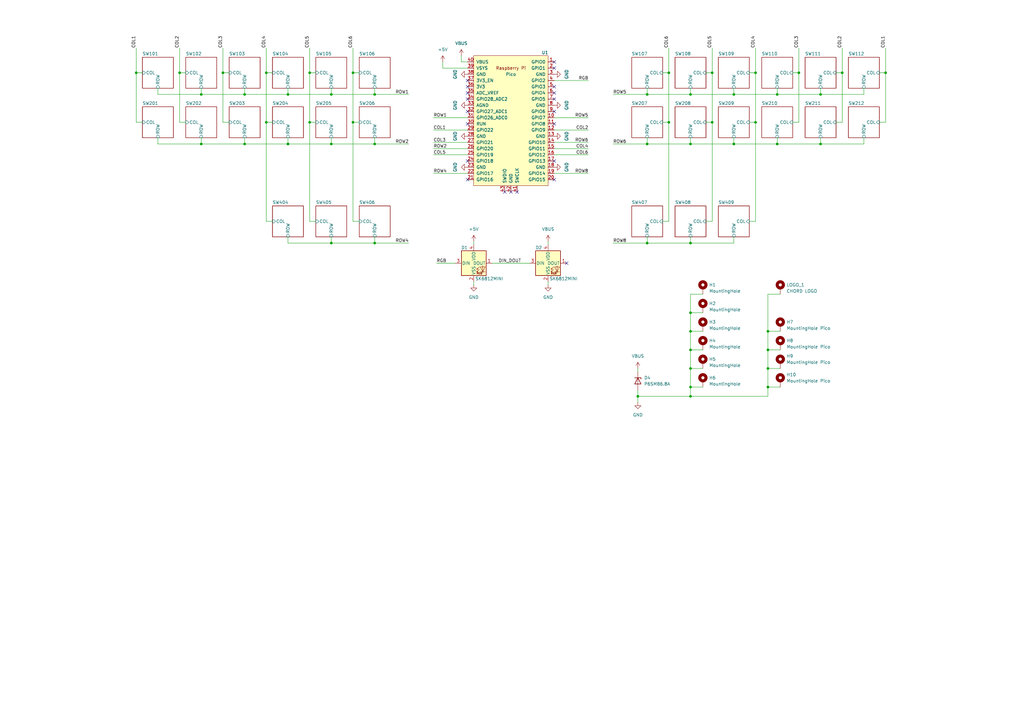
<source format=kicad_sch>
(kicad_sch (version 20211123) (generator eeschema)
  (paper "A3")
  (title_block (title "CHORD ZERO") (rev "0"))
  (lib_symbols
    (symbol "Device:D_Zener" (pin_numbers hide) (pin_names (offset 1.016) hide)
      (property "Reference" "D" (at 0 2.54 0))
      (property "Value" "D_Zener" (at 0 -2.54 0))
      (symbol "D_Zener_0_1"
        (polyline (pts (xy 1.27 0) (xy -1.27 0)))
        (polyline (pts (xy -1.27 -1.27) (xy -1.27 1.27) (xy -0.762 1.27)) (stroke (width 0.254)))
        (polyline (pts (xy 1.27 -1.27) (xy 1.27 1.27) (xy -1.27 0) (xy 1.27 -1.27)) (stroke (width 0.254)))
      )
      (symbol "D_Zener_1_1"
        (pin passive line (at -3.81 0 0) (length 2.54) (name "K") (number "1"))
        (pin passive line (at 3.81 0 180) (length 2.54) (name "A") (number "2"))
      )
    )
    (symbol "LED:SK6812MINI" (pin_names (offset 0.254))
      (property "Reference" "D" (at 5.08 5.715 0))
      (property "Value" "SK6812MINI" (at 1.27 -5.715 0))
      (symbol "SK6812MINI_0_0"
        (text "RGB" (at 2.286 -4.191 0) (effects (font (size 0.762 0.762))))
      )
      (symbol "SK6812MINI_0_1"
        (polyline (pts (xy 1.27 -3.556) (xy 1.778 -3.556)))
        (polyline (pts (xy 1.27 -2.54) (xy 1.778 -2.54)))
        (polyline (pts (xy 4.699 -3.556) (xy 2.667 -3.556)))
        (polyline (pts (xy 2.286 -2.54) (xy 1.27 -3.556) (xy 1.27 -3.048)))
        (polyline (pts (xy 2.286 -1.524) (xy 1.27 -2.54) (xy 1.27 -2.032)))
        (polyline (pts (xy 3.683 -1.016) (xy 3.683 -3.556) (xy 3.683 -4.064)))
        (polyline (pts (xy 4.699 -1.524) (xy 2.667 -1.524) (xy 3.683 -3.556) (xy 4.699 -1.524)))
        (rectangle (start 5.08 5.08) (end -5.08 -5.08) (stroke (width 0.254)) (fill (type background)))
      )
      (symbol "SK6812MINI_1_1"
        (pin output line (at 7.62 0 180) (length 2.54) (name "DOUT") (number "1"))
        (pin power_in line (at 0 -7.62 90) (length 2.54) (name "VSS") (number "2"))
        (pin input line (at -7.62 0 0) (length 2.54) (name "DIN") (number "3"))
        (pin power_in line (at 0 7.62 270) (length 2.54) (name "VDD") (number "4"))
      )
    )
    (symbol "Mechanical:MountingHole_Pad" (pin_numbers hide) (pin_names (offset 1.016) hide)
      (property "Reference" "H" (at 0 6.35 0))
      (property "Value" "MountingHole_Pad" (at 0 4.445 0))
      (symbol "MountingHole_Pad_0_1"
        (circle (center 0 1.27) (radius 1.27) (stroke (width 1.27)))
      )
      (symbol "MountingHole_Pad_1_1"
        (pin input line (at 0 -2.54 90) (length 2.54) (name "1") (number "1"))
      )
    )
    (symbol "RP2040:Pico" (pin_names (offset 1.016))
      (property "Reference" "U" (at -13.97 27.94 0))
      (property "Value" "Pico" (at 0 19.05 0))
      (symbol "Pico_0_0"
        (text "Raspberry Pi" (at 0 21.59 0) (effects (font (size 1.27 1.27))))
      )
      (symbol "Pico_0_1"
        (rectangle (start -15.24 26.67) (end 15.24 -26.67) (fill (type background)))
      )
      (symbol "Pico_1_1"
        (pin bidirectional line (at -17.78 24.13 0) (length 2.54) (name "GPIO0") (number "1"))
        (pin bidirectional line (at -17.78 1.27 0) (length 2.54) (name "GPIO7") (number "10"))
        (pin bidirectional line (at -17.78 -1.27 0) (length 2.54) (name "GPIO8") (number "11"))
        (pin bidirectional line (at -17.78 -3.81 0) (length 2.54) (name "GPIO9") (number "12"))
        (pin power_in line (at -17.78 -6.35 0) (length 2.54) (name "GND") (number "13"))
        (pin bidirectional line (at -17.78 -8.89 0) (length 2.54) (name "GPIO10") (number "14"))
        (pin bidirectional line (at -17.78 -11.43 0) (length 2.54) (name "GPIO11") (number "15"))
        (pin bidirectional line (at -17.78 -13.97 0) (length 2.54) (name "GPIO12") (number "16"))
        (pin bidirectional line (at -17.78 -16.51 0) (length 2.54) (name "GPIO13") (number "17"))
        (pin power_in line (at -17.78 -19.05 0) (length 2.54) (name "GND") (number "18"))
        (pin bidirectional line (at -17.78 -21.59 0) (length 2.54) (name "GPIO14") (number "19"))
        (pin bidirectional line (at -17.78 21.59 0) (length 2.54) (name "GPIO1") (number "2"))
        (pin bidirectional line (at -17.78 -24.13 0) (length 2.54) (name "GPIO15") (number "20"))
        (pin bidirectional line (at 17.78 -24.13 180) (length 2.54) (name "GPIO16") (number "21"))
        (pin bidirectional line (at 17.78 -21.59 180) (length 2.54) (name "GPIO17") (number "22"))
        (pin power_in line (at 17.78 -19.05 180) (length 2.54) (name "GND") (number "23"))
        (pin bidirectional line (at 17.78 -16.51 180) (length 2.54) (name "GPIO18") (number "24"))
        (pin bidirectional line (at 17.78 -13.97 180) (length 2.54) (name "GPIO19") (number "25"))
        (pin bidirectional line (at 17.78 -11.43 180) (length 2.54) (name "GPIO20") (number "26"))
        (pin bidirectional line (at 17.78 -8.89 180) (length 2.54) (name "GPIO21") (number "27"))
        (pin power_in line (at 17.78 -6.35 180) (length 2.54) (name "GND") (number "28"))
        (pin bidirectional line (at 17.78 -3.81 180) (length 2.54) (name "GPIO22") (number "29"))
        (pin power_in line (at -17.78 19.05 0) (length 2.54) (name "GND") (number "3"))
        (pin input line (at 17.78 -1.27 180) (length 2.54) (name "RUN") (number "30"))
        (pin bidirectional line (at 17.78 1.27 180) (length 2.54) (name "GPIO26_ADC0") (number "31"))
        (pin bidirectional line (at 17.78 3.81 180) (length 2.54) (name "GPIO27_ADC1") (number "32"))
        (pin power_in line (at 17.78 6.35 180) (length 2.54) (name "AGND") (number "33"))
        (pin bidirectional line (at 17.78 8.89 180) (length 2.54) (name "GPIO28_ADC2") (number "34"))
        (pin unspecified line (at 17.78 11.43 180) (length 2.54) (name "ADC_VREF") (number "35"))
        (pin unspecified line (at 17.78 13.97 180) (length 2.54) (name "3V3") (number "36"))
        (pin input line (at 17.78 16.51 180) (length 2.54) (name "3V3_EN") (number "37"))
        (pin power_out line (at 17.78 19.05 180) (length 2.54) (name "GND") (number "38"))
        (pin power_out line (at 17.78 21.59 180) (length 2.54) (name "VSYS") (number "39"))
        (pin bidirectional line (at -17.78 16.51 0) (length 2.54) (name "GPIO2") (number "4"))
        (pin power_out line (at 17.78 24.13 180) (length 2.54) (name "VBUS") (number "40"))
        (pin input line (at -2.54 -29.21 90) (length 2.54) (name "SWCLK") (number "41"))
        (pin power_in line (at 0 -29.21 90) (length 2.54) (name "GND") (number "42"))
        (pin bidirectional line (at 2.54 -29.21 90) (length 2.54) (name "SWDIO") (number "43"))
        (pin bidirectional line (at -17.78 13.97 0) (length 2.54) (name "GPIO3") (number "5"))
        (pin bidirectional line (at -17.78 11.43 0) (length 2.54) (name "GPIO4") (number "6"))
        (pin bidirectional line (at -17.78 8.89 0) (length 2.54) (name "GPIO5") (number "7"))
        (pin power_in line (at -17.78 6.35 0) (length 2.54) (name "GND") (number "8"))
        (pin bidirectional line (at -17.78 3.81 0) (length 2.54) (name "GPIO6") (number "9"))
      )
    )
    (symbol "power:+5V" (power) (pin_names (offset 0))
      (property "Value" "+5V" (at 0 3.556 0))
      (symbol "+5V_0_1"
        (polyline (pts (xy -0.762 1.27) (xy 0 2.54)))
        (polyline (pts (xy 0 0) (xy 0 2.54)))
        (polyline (pts (xy 0 2.54) (xy 0.762 1.27)))
      )
      (symbol "+5V_1_1"
        (pin power_in line (at 0 0 90) (length 0) hide (name "+5V") (number "1"))
      )
    )
    (symbol "power:GND" (power) (pin_names (offset 0))
      (property "Value" "GND" (at 0 -3.81 0))
      (symbol "GND_0_1"
        (polyline (pts (xy 0 0) (xy 0 -1.27) (xy 1.27 -1.27) (xy 0 -2.54) (xy -1.27 -1.27) (xy 0 -1.27)))
      )
      (symbol "GND_1_1"
        (pin power_in line (at 0 0 270) (length 0) hide (name "GND") (number "1"))
      )
    )
    (symbol "power:VBUS" (power) (pin_names (offset 0))
      (property "Value" "VBUS" (at 0 3.81 0))
      (symbol "VBUS_0_1"
        (polyline (pts (xy -0.762 1.27) (xy 0 2.54)))
        (polyline (pts (xy 0 0) (xy 0 2.54)))
        (polyline (pts (xy 0 2.54) (xy 0.762 1.27)))
      )
      (symbol "VBUS_1_1"
        (pin power_in line (at 0 0 90) (length 0) hide (name "VBUS") (number "1"))
      )
    )
  )
  (junction (at 144.78 50.165))
  (junction (at 135.89 59.055))
  (junction (at 109.22 50.165))
  (junction (at 135.89 38.735))
  (junction (at 274.32 29.845))
  (junction (at 309.88 29.845))
  (junction (at 261.62 162.56))
  (junction (at 283.21 99.695))
  (junction (at 300.99 38.735))
  (junction (at 309.88 50.165))
  (junction (at 314.96 158.75))
  (junction (at 314.96 135.89))
  (junction (at 318.77 38.735))
  (junction (at 283.21 151.13))
  (junction (at 283.21 128.27))
  (junction (at 265.43 99.695))
  (junction (at 100.33 59.055))
  (junction (at 127 29.845))
  (junction (at 135.89 99.695))
  (junction (at 118.11 59.055))
  (junction (at 283.21 59.055))
  (junction (at 283.21 162.56))
  (junction (at 336.55 38.735))
  (junction (at 73.66 29.845))
  (junction (at 100.33 38.735))
  (junction (at 283.21 143.51))
  (junction (at 118.11 38.735))
  (junction (at 300.99 59.055))
  (junction (at 283.21 38.735))
  (junction (at 265.43 59.055))
  (junction (at 274.32 50.165))
  (junction (at 283.21 135.89))
  (junction (at 153.67 99.695))
  (junction (at 91.44 29.845))
  (junction (at 144.78 29.845))
  (junction (at 109.22 29.845))
  (junction (at 153.67 59.055))
  (junction (at 292.1 29.845))
  (junction (at 265.43 38.735))
  (junction (at 292.1 50.165))
  (junction (at 314.96 151.13))
  (junction (at 82.55 59.055))
  (junction (at 318.77 59.055))
  (junction (at 327.66 29.845))
  (junction (at 55.88 29.845))
  (junction (at 283.21 158.75))
  (junction (at 363.22 29.845))
  (junction (at 153.67 38.735))
  (junction (at 314.96 143.51))
  (junction (at 82.55 38.735))
  (junction (at 336.55 59.055))
  (junction (at 345.44 29.845))
  (junction (at 127 50.165))
  (no_connect (at 191.77 66.04))
  (no_connect (at 227.33 66.04))
  (no_connect (at 232.41 107.95))
  (no_connect (at 227.33 73.66))
  (no_connect (at 227.33 50.8))
  (no_connect (at 227.33 38.1))
  (no_connect (at 227.33 35.56))
  (no_connect (at 227.33 27.94))
  (no_connect (at 191.77 33.02))
  (no_connect (at 191.77 35.56))
  (no_connect (at 191.77 38.1))
  (no_connect (at 191.77 50.8))
  (no_connect (at 191.77 40.64))
  (no_connect (at 209.55 78.74))
  (no_connect (at 191.77 73.66))
  (no_connect (at 207.01 78.74))
  (no_connect (at 212.09 78.74))
  (no_connect (at 227.33 40.64))
  (no_connect (at 227.33 45.72))
  (no_connect (at 191.77 45.72))
  (no_connect (at 227.33 25.4))
  (wire (pts (xy 64.77 59.055) (xy 82.55 59.055)))
  (wire (pts (xy 354.33 59.055) (xy 354.33 56.515)))
  (wire (pts (xy 283.21 143.51) (xy 288.29 143.51)))
  (wire (pts (xy 153.67 59.055) (xy 167.64 59.055)))
  (wire (pts (xy 73.66 50.165) (xy 76.2 50.165)))
  (wire (pts (xy 181.61 27.94) (xy 191.77 27.94)))
  (wire (pts (xy 283.21 162.56) (xy 314.96 162.56)))
  (wire (pts (xy 153.67 99.695) (xy 153.67 97.155)))
  (wire (pts (xy 224.79 115.57) (xy 224.79 116.84)))
  (wire (pts (xy 100.33 36.195) (xy 100.33 38.735)))
  (wire (pts (xy 309.88 50.165) (xy 307.34 50.165)))
  (wire (pts (xy 274.32 50.165) (xy 271.78 50.165)))
  (wire (pts (xy 153.67 38.735) (xy 153.67 36.195)))
  (wire (pts (xy 314.96 135.89) (xy 314.96 143.51)))
  (wire (pts (xy 135.89 56.515) (xy 135.89 59.055)))
  (wire (pts (xy 109.22 19.685) (xy 109.22 29.845)))
  (wire (pts (xy 82.55 56.515) (xy 82.55 59.055)))
  (wire (pts (xy 307.34 90.805) (xy 309.88 90.805)))
  (wire (pts (xy 251.46 99.695) (xy 265.43 99.695)))
  (wire (pts (xy 135.89 59.055) (xy 153.67 59.055)))
  (wire (pts (xy 179.07 107.95) (xy 186.69 107.95)))
  (wire (pts (xy 55.88 19.685) (xy 55.88 29.845)))
  (wire (pts (xy 363.22 29.845) (xy 363.22 50.165)))
  (wire (pts (xy 118.11 56.515) (xy 118.11 59.055)))
  (wire (pts (xy 314.96 120.65) (xy 320.04 120.65)))
  (wire (pts (xy 309.88 29.845) (xy 309.88 50.165)))
  (wire (pts (xy 91.44 29.845) (xy 91.44 50.165)))
  (wire (pts (xy 283.21 135.89) (xy 288.29 135.89)))
  (wire (pts (xy 55.88 29.845) (xy 55.88 50.165)))
  (wire (pts (xy 109.22 29.845) (xy 109.22 50.165)))
  (wire (pts (xy 135.89 36.195) (xy 135.89 38.735)))
  (wire (pts (xy 73.66 29.845) (xy 73.66 50.165)))
  (wire (pts (xy 283.21 128.27) (xy 283.21 120.65)))
  (wire (pts (xy 300.99 38.735) (xy 318.77 38.735)))
  (wire (pts (xy 309.88 19.685) (xy 309.88 29.845)))
  (wire (pts (xy 265.43 97.155) (xy 265.43 99.695)))
  (wire (pts (xy 283.21 59.055) (xy 300.99 59.055)))
  (wire (pts (xy 191.77 60.96) (xy 177.8 60.96)))
  (wire (pts (xy 261.62 162.56) (xy 261.62 165.1)))
  (wire (pts (xy 318.77 36.195) (xy 318.77 38.735)))
  (wire (pts (xy 345.44 19.685) (xy 345.44 29.845)))
  (wire (pts (xy 251.46 38.735) (xy 265.43 38.735)))
  (wire (pts (xy 283.21 158.75) (xy 283.21 151.13)))
  (wire (pts (xy 129.54 90.805) (xy 127 90.805)))
  (wire (pts (xy 147.32 90.805) (xy 144.78 90.805)))
  (wire (pts (xy 300.99 36.195) (xy 300.99 38.735)))
  (wire (pts (xy 274.32 29.845) (xy 274.32 50.165)))
  (wire (pts (xy 144.78 19.685) (xy 144.78 29.845)))
  (wire (pts (xy 191.77 63.5) (xy 177.8 63.5)))
  (wire (pts (xy 292.1 50.165) (xy 292.1 90.805)))
  (wire (pts (xy 300.99 59.055) (xy 318.77 59.055)))
  (wire (pts (xy 224.79 99.06) (xy 224.79 100.33)))
  (wire (pts (xy 227.33 71.12) (xy 241.3 71.12)))
  (wire (pts (xy 118.11 36.195) (xy 118.11 38.735)))
  (wire (pts (xy 82.55 38.735) (xy 100.33 38.735)))
  (wire (pts (xy 283.21 151.13) (xy 283.21 143.51)))
  (wire (pts (xy 227.33 33.02) (xy 241.3 33.02)))
  (wire (pts (xy 345.44 50.165) (xy 342.9 50.165)))
  (wire (pts (xy 309.88 50.165) (xy 309.88 90.805)))
  (wire (pts (xy 327.66 29.845) (xy 327.66 50.165)))
  (wire (pts (xy 292.1 29.845) (xy 289.56 29.845)))
  (wire (pts (xy 314.96 158.75) (xy 320.04 158.75)))
  (wire (pts (xy 265.43 36.195) (xy 265.43 38.735)))
  (wire (pts (xy 274.32 50.165) (xy 274.32 90.805)))
  (wire (pts (xy 144.78 50.165) (xy 147.32 50.165)))
  (wire (pts (xy 283.21 143.51) (xy 283.21 135.89)))
  (wire (pts (xy 118.11 59.055) (xy 135.89 59.055)))
  (wire (pts (xy 336.55 38.735) (xy 354.33 38.735)))
  (wire (pts (xy 127 19.685) (xy 127 29.845)))
  (wire (pts (xy 227.33 60.96) (xy 241.3 60.96)))
  (wire (pts (xy 283.21 120.65) (xy 288.29 120.65)))
  (wire (pts (xy 135.89 97.155) (xy 135.89 99.695)))
  (wire (pts (xy 135.89 99.695) (xy 153.67 99.695)))
  (wire (pts (xy 191.77 53.34) (xy 177.8 53.34)))
  (wire (pts (xy 283.21 158.75) (xy 283.21 162.56)))
  (wire (pts (xy 300.99 56.515) (xy 300.99 59.055)))
  (wire (pts (xy 153.67 99.695) (xy 167.64 99.695)))
  (wire (pts (xy 153.67 59.055) (xy 153.67 56.515)))
  (wire (pts (xy 127 29.845) (xy 127 50.165)))
  (wire (pts (xy 91.44 50.165) (xy 93.98 50.165)))
  (wire (pts (xy 93.98 29.845) (xy 91.44 29.845)))
  (wire (pts (xy 64.77 38.735) (xy 82.55 38.735)))
  (wire (pts (xy 251.46 59.055) (xy 265.43 59.055)))
  (wire (pts (xy 109.22 50.165) (xy 109.22 90.805)))
  (wire (pts (xy 201.93 107.95) (xy 217.17 107.95)))
  (wire (pts (xy 354.33 38.735) (xy 354.33 36.195)))
  (wire (pts (xy 227.33 58.42) (xy 241.3 58.42)))
  (wire (pts (xy 314.96 143.51) (xy 314.96 151.13)))
  (wire (pts (xy 314.96 158.75) (xy 314.96 151.13)))
  (wire (pts (xy 194.31 115.57) (xy 194.31 116.84)))
  (wire (pts (xy 129.54 29.845) (xy 127 29.845)))
  (wire (pts (xy 363.22 19.685) (xy 363.22 29.845)))
  (wire (pts (xy 191.77 48.26) (xy 177.8 48.26)))
  (wire (pts (xy 345.44 29.845) (xy 342.9 29.845)))
  (wire (pts (xy 64.77 56.515) (xy 64.77 59.055)))
  (wire (pts (xy 292.1 19.685) (xy 292.1 29.845)))
  (wire (pts (xy 292.1 50.165) (xy 289.56 50.165)))
  (wire (pts (xy 227.33 48.26) (xy 241.3 48.26)))
  (wire (pts (xy 82.55 36.195) (xy 82.55 38.735)))
  (wire (pts (xy 227.33 63.5) (xy 241.3 63.5)))
  (wire (pts (xy 194.31 99.06) (xy 194.31 100.33)))
  (wire (pts (xy 318.77 38.735) (xy 336.55 38.735)))
  (wire (pts (xy 283.21 38.735) (xy 300.99 38.735)))
  (wire (pts (xy 314.96 135.89) (xy 320.04 135.89)))
  (wire (pts (xy 274.32 19.685) (xy 274.32 29.845)))
  (wire (pts (xy 76.2 29.845) (xy 73.66 29.845)))
  (wire (pts (xy 283.21 135.89) (xy 283.21 128.27)))
  (wire (pts (xy 189.23 22.86) (xy 189.23 25.4)))
  (wire (pts (xy 314.96 143.51) (xy 320.04 143.51)))
  (wire (pts (xy 345.44 29.845) (xy 345.44 50.165)))
  (wire (pts (xy 318.77 59.055) (xy 336.55 59.055)))
  (wire (pts (xy 144.78 29.845) (xy 144.78 50.165)))
  (wire (pts (xy 127 50.165) (xy 127 90.805)))
  (wire (pts (xy 191.77 71.12) (xy 177.8 71.12)))
  (wire (pts (xy 336.55 59.055) (xy 354.33 59.055)))
  (wire (pts (xy 64.77 36.195) (xy 64.77 38.735)))
  (wire (pts (xy 314.96 120.65) (xy 314.96 135.89)))
  (wire (pts (xy 118.11 97.155) (xy 118.11 99.695)))
  (wire (pts (xy 261.62 151.13) (xy 261.62 152.4)))
  (wire (pts (xy 274.32 90.805) (xy 271.78 90.805)))
  (wire (pts (xy 314.96 151.13) (xy 320.04 151.13)))
  (wire (pts (xy 118.11 38.735) (xy 135.89 38.735)))
  (wire (pts (xy 144.78 50.165) (xy 144.78 90.805)))
  (wire (pts (xy 327.66 50.165) (xy 325.12 50.165)))
  (wire (pts (xy 271.78 29.845) (xy 274.32 29.845)))
  (wire (pts (xy 283.21 36.195) (xy 283.21 38.735)))
  (wire (pts (xy 336.55 56.515) (xy 336.55 59.055)))
  (wire (pts (xy 283.21 151.13) (xy 288.29 151.13)))
  (wire (pts (xy 153.67 38.735) (xy 167.64 38.735)))
  (wire (pts (xy 318.77 56.515) (xy 318.77 59.055)))
  (wire (pts (xy 283.21 99.695) (xy 300.99 99.695)))
  (wire (pts (xy 100.33 56.515) (xy 100.33 59.055)))
  (wire (pts (xy 283.21 158.75) (xy 288.29 158.75)))
  (wire (pts (xy 227.33 53.34) (xy 241.3 53.34)))
  (wire (pts (xy 283.21 56.515) (xy 283.21 59.055)))
  (wire (pts (xy 100.33 59.055) (xy 118.11 59.055)))
  (wire (pts (xy 55.88 50.165) (xy 58.42 50.165)))
  (wire (pts (xy 363.22 50.165) (xy 360.68 50.165)))
  (wire (pts (xy 100.33 38.735) (xy 118.11 38.735)))
  (wire (pts (xy 265.43 56.515) (xy 265.43 59.055)))
  (wire (pts (xy 135.89 38.735) (xy 153.67 38.735)))
  (wire (pts (xy 363.22 29.845) (xy 360.68 29.845)))
  (wire (pts (xy 292.1 90.805) (xy 289.56 90.805)))
  (wire (pts (xy 300.99 97.155) (xy 300.99 99.695)))
  (wire (pts (xy 261.62 162.56) (xy 283.21 162.56)))
  (wire (pts (xy 265.43 38.735) (xy 283.21 38.735)))
  (wire (pts (xy 127 50.165) (xy 129.54 50.165)))
  (wire (pts (xy 265.43 59.055) (xy 283.21 59.055)))
  (wire (pts (xy 261.62 160.02) (xy 261.62 162.56)))
  (wire (pts (xy 336.55 36.195) (xy 336.55 38.735)))
  (wire (pts (xy 147.32 29.845) (xy 144.78 29.845)))
  (wire (pts (xy 327.66 19.685) (xy 327.66 29.845)))
  (wire (pts (xy 118.11 99.695) (xy 135.89 99.695)))
  (wire (pts (xy 191.77 58.42) (xy 177.8 58.42)))
  (wire (pts (xy 82.55 59.055) (xy 100.33 59.055)))
  (wire (pts (xy 309.88 29.845) (xy 307.34 29.845)))
  (wire (pts (xy 111.76 29.845) (xy 109.22 29.845)))
  (wire (pts (xy 111.76 90.805) (xy 109.22 90.805)))
  (wire (pts (xy 181.61 25.4) (xy 181.61 27.94)))
  (wire (pts (xy 327.66 29.845) (xy 325.12 29.845)))
  (wire (pts (xy 265.43 99.695) (xy 283.21 99.695)))
  (wire (pts (xy 91.44 19.685) (xy 91.44 29.845)))
  (wire (pts (xy 283.21 99.695) (xy 283.21 97.155)))
  (wire (pts (xy 73.66 19.685) (xy 73.66 29.845)))
  (wire (pts (xy 55.88 29.845) (xy 58.42 29.845)))
  (wire (pts (xy 189.23 25.4) (xy 191.77 25.4)))
  (wire (pts (xy 314.96 158.75) (xy 314.96 162.56)))
  (wire (pts (xy 283.21 128.27) (xy 288.29 128.27)))
  (wire (pts (xy 109.22 50.165) (xy 111.76 50.165)))
  (wire (pts (xy 292.1 29.845) (xy 292.1 50.165)))
  (label "RGB" (at 241.3 33.02 180))
  (label "COL6" (at 274.32 19.685 90))
  (label "COL2" (at 73.66 19.685 90))
  (label "ROW4" (at 167.64 99.695 180))
  (label "COL1" (at 177.8 53.34 0))
  (label "COL5" (at 292.1 19.685 90))
  (label "RGB" (at 179.07 107.95 0))
  (label "ROW1" (at 177.8 48.26 0))
  (label "ROW5" (at 251.46 38.735 0))
  (label "ROW2" (at 177.8 60.96 0))
  (label "COL4" (at 241.3 60.96 180))
  (label "COL3" (at 327.66 19.685 90))
  (label "COL1" (at 363.22 19.685 90))
  (label "ROW6" (at 251.46 59.055 0))
  (label "ROW4" (at 177.8 71.12 0))
  (label "COL6" (at 144.78 19.685 90))
  (label "ROW2" (at 167.64 59.055 180))
  (label "COL4" (at 109.22 19.685 90))
  (label "ROW1" (at 167.64 38.735 180))
  (label "COL5" (at 177.8 63.5 0))
  (label "COL6" (at 241.3 63.5 180))
  (label "COL5" (at 127 19.685 90))
  (label "COL2" (at 345.44 19.685 90))
  (label "COL3" (at 177.8 58.42 0))
  (label "ROW8" (at 241.3 71.12 180))
  (label "DIN_DOUT" (at 204.47 107.95 0))
  (label "ROW8" (at 251.46 99.695 0))
  (label "COL4" (at 309.88 19.685 90))
  (label "COL3" (at 91.44 19.685 90))
  (label "ROW5" (at 241.3 48.26 180))
  (label "COL1" (at 55.88 19.685 90))
  (label "ROW6" (at 241.3 58.42 180))
  (label "COL2" (at 241.3 53.34 180))
  (symbol (lib_id "Mechanical:MountingHole_Pad") (at 288.29 133.35 0) (unit 1)
    (property "Reference" "H3" (at 290.83 132.0799 0) (effects (justify left)))
    (property "Value" "MountingHole" (at 290.83 134.6199 0) (effects (justify left)))
    (property "Footprint" "footprints:M2 Hole" (effects hide))
  )
  (symbol (lib_id "power:GND") (at 191.77 68.58 270) (unit 1)
    (property "Reference" "#PWR0113" (effects hide))
    (property "Value" "GND" (at 186.69 68.58 0))
  )
  (symbol (lib_id "power:GND") (at 224.79 116.84 0) (unit 1)
    (property "Reference" "#PWR0106" (effects hide))
    (property "Value" "GND" (at 224.79 121.92 0))
  )
  (symbol (lib_id "Device:D_Zener") (at 261.62 156.21 270) (unit 1)
    (property "Reference" "D4" (at 264.16 154.9399 90) (effects (justify left)))
    (property "Value" "P6SMB6.8A" (at 264.16 157.4799 90) (effects (justify left)))
    (property "Footprint" "Diode_SMD:D_SMB_Handsoldering" (effects hide))
  )
  (symbol (lib_id "power:GND") (at 227.33 68.58 90) (unit 1)
    (property "Reference" "#PWR0115" (effects hide))
    (property "Value" "GND" (at 232.41 68.58 0))
  )
  (symbol (lib_id "RP2040:Pico") (at 209.55 49.53 0) (mirror y) (unit 1) (in_bom no)
    (property "Reference" "U1" (at 223.52 21.59 0))
    (property "Value" "Pico" (at 209.55 30.48 0))
    (property "Footprint" "footprints:RPi_Pico_SMD" (effects hide))
  )
  (symbol (lib_id "power:VBUS") (at 261.62 151.13 0) (unit 1)
    (property "Reference" "#PWR0111" (effects hide))
    (property "Value" "VBUS" (at 261.62 146.05 0))
  )
  (symbol (lib_id "Mechanical:MountingHole_Pad") (at 320.04 118.11 0) (unit 1)
    (property "Reference" "LOGO_1" (at 322.58 116.8399 0) (effects (justify left)))
    (property "Value" "CHORD LOGO" (at 322.58 119.3799 0) (effects (justify left)))
    (property "Footprint" "footprints:chord_logo_3d" (effects hide))
  )
  (symbol (lib_id "power:GND") (at 191.77 30.48 270) (unit 1)
    (property "Reference" "#PWR0101" (effects hide))
    (property "Value" "GND" (at 186.69 30.48 0))
  )
  (symbol (lib_id "Mechanical:MountingHole_Pad") (at 288.29 118.11 0) (unit 1)
    (property "Reference" "H1" (at 290.83 116.8399 0) (effects (justify left)))
    (property "Value" "MountingHole" (at 290.83 119.3799 0) (effects (justify left)))
    (property "Footprint" "footprints:M2 Hole" (effects hide))
  )
  (symbol (lib_id "power:VBUS") (at 189.23 22.86 0) (unit 1)
    (property "Reference" "#PWR0103" (effects hide))
    (property "Value" "VBUS" (at 189.23 17.78 0))
  )
  (symbol (lib_id "Mechanical:MountingHole_Pad") (at 320.04 140.97 0) (unit 1)
    (property "Reference" "H8" (at 322.58 139.6999 0) (effects (justify left)))
    (property "Value" "MountingHole Pico" (at 322.58 142.2399 0) (effects (justify left)))
    (property "Footprint" "footprints:M2 Hole Pico" (effects hide))
  )
  (symbol (lib_id "Mechanical:MountingHole_Pad") (at 288.29 140.97 0) (unit 1)
    (property "Reference" "H4" (at 290.83 139.6999 0) (effects (justify left)))
    (property "Value" "MountingHole" (at 290.83 142.2399 0) (effects (justify left)))
    (property "Footprint" "footprints:M2 Hole" (effects hide))
  )
  (symbol (lib_id "power:GND") (at 261.62 165.1 0) (unit 1)
    (property "Reference" "#PWR0109" (effects hide))
    (property "Value" "GND" (at 261.62 170.18 0))
  )
  (symbol (lib_id "power:GND") (at 191.77 55.88 270) (unit 1)
    (property "Reference" "#PWR0112" (effects hide))
    (property "Value" "GND" (at 186.69 55.88 0))
  )
  (symbol (lib_id "LED:SK6812MINI") (at 224.79 107.95 0) (unit 1)
    (property "Reference" "D2" (at 220.98 101.6 0))
    (property "Value" "SK6812MINI" (at 231.14 114.3 0))
    (property "Footprint" "LED_SMD:LED_SK6812MINI_PLCC4_3.5x3.5mm_P1.75mm" (effects hide))
    (property "Datasheet" "https://cdn-shop.adafruit.com/product-files/2686/SK6812MINI_REV.01-1-2.pdf" (effects hide))
  )
  (symbol (lib_id "Mechanical:MountingHole_Pad") (at 320.04 148.59 0) (unit 1)
    (property "Reference" "H9" (at 322.58 146.0499 0) (effects (justify left)))
    (property "Value" "MountingHole Pico" (at 322.58 148.5899 0) (effects (justify left)))
    (property "Footprint" "footprints:M2 Hole Pico" (effects hide))
  )
  (symbol (lib_id "Mechanical:MountingHole_Pad") (at 288.29 148.59 0) (unit 1)
    (property "Reference" "H5" (at 290.83 147.3199 0) (effects (justify left)))
    (property "Value" "MountingHole" (at 290.83 149.8599 0) (effects (justify left)))
    (property "Footprint" "footprints:M2 Hole" (effects hide))
  )
  (symbol (lib_id "Mechanical:MountingHole_Pad") (at 288.29 125.73 0) (unit 1)
    (property "Reference" "H2" (at 290.83 124.4599 0) (effects (justify left)))
    (property "Value" "MountingHole" (at 290.83 126.9999 0) (effects (justify left)))
    (property "Footprint" "footprints:M2 Hole" (effects hide))
  )
  (symbol (lib_id "Mechanical:MountingHole_Pad") (at 288.29 156.21 0) (unit 1)
    (property "Reference" "H6" (at 290.83 154.9399 0) (effects (justify left)))
    (property "Value" "MountingHole" (at 290.83 157.4799 0) (effects (justify left)))
    (property "Footprint" "footprints:M2 Hole" (effects hide))
  )
  (symbol (lib_id "power:GND") (at 194.31 116.84 0) (unit 1)
    (property "Reference" "#PWR0107" (effects hide))
    (property "Value" "GND" (at 194.31 121.92 0))
  )
  (symbol (lib_id "power:+5V") (at 194.31 99.06 0) (unit 1)
    (property "Reference" "#PWR0102" (effects hide))
    (property "Value" "+5V" (at 194.31 93.98 0))
  )
  (symbol (lib_id "power:GND") (at 191.77 43.18 270) (unit 1)
    (property "Reference" "#PWR0114" (effects hide))
    (property "Value" "GND" (at 186.69 43.18 0))
  )
  (symbol (lib_id "Mechanical:MountingHole_Pad") (at 320.04 133.35 0) (unit 1)
    (property "Reference" "H7" (at 322.58 132.0799 0) (effects (justify left)))
    (property "Value" "MountingHole Pico" (at 322.58 134.6199 0) (effects (justify left)))
    (property "Footprint" "footprints:M2 Hole Pico" (effects hide))
  )
  (symbol (lib_id "LED:SK6812MINI") (at 194.31 107.95 0) (unit 1)
    (property "Reference" "D1" (at 190.5 101.6 0))
    (property "Value" "SK6812MINI" (at 200.66 114.3 0))
    (property "Footprint" "LED_SMD:LED_SK6812MINI_PLCC4_3.5x3.5mm_P1.75mm" (effects hide))
    (property "Datasheet" "https://cdn-shop.adafruit.com/product-files/2686/SK6812MINI_REV.01-1-2.pdf" (effects hide))
  )
  (symbol (lib_id "power:VBUS") (at 224.79 99.06 0) (unit 1)
    (property "Reference" "#PWR0105" (effects hide))
    (property "Value" "VBUS" (at 224.79 93.98 0))
  )
  (symbol (lib_id "power:+5V") (at 181.61 25.4 0) (unit 1)
    (property "Reference" "#PWR0104" (effects hide))
    (property "Value" "+5V" (at 181.61 20.32 0))
  )
  (symbol (lib_id "power:GND") (at 227.33 43.18 90) (unit 1)
    (property "Reference" "#PWR0110" (effects hide))
    (property "Value" "GND" (at 232.41 43.18 0))
  )
  (symbol (lib_id "power:GND") (at 227.33 55.88 90) (unit 1)
    (property "Reference" "#PWR0116" (effects hide))
    (property "Value" "GND" (at 232.41 55.88 0))
  )
  (symbol (lib_id "power:GND") (at 227.33 30.48 90) (unit 1)
    (property "Reference" "#PWR0108" (effects hide))
    (property "Value" "GND" (at 232.41 30.48 0))
  )
  (symbol (lib_id "Mechanical:MountingHole_Pad") (at 320.04 156.21 0) (unit 1)
    (property "Reference" "H10" (at 322.58 153.6699 0) (effects (justify left)))
    (property "Value" "MountingHole Pico" (at 322.58 156.2099 0) (effects (justify left)))
    (property "Footprint" "footprints:M2 Hole Pico" (effects hide))
  )
  (sheet (at 111.76 23.495) (size 12.7 12.7) (stroke (width 0.1524))
    (property "Sheet name" "SW104" (at 111.76 22.7834 0) (effects (justify left bottom)))
    (property "Sheet file" "switch.kicad_sch" (effects hide))
    (pin "ROW" input (at 118.11 36.195 270))
    (pin "COL" input (at 111.76 29.845 180))
  )
  (sheet (at 147.32 84.455) (size 12.7 12.7) (stroke (width 0.1524))
    (property "Sheet name" "SW406" (at 147.32 83.7434 0) (effects (justify left bottom)))
    (property "Sheet file" "switch.kicad_sch" (effects hide))
    (pin "ROW" input (at 153.67 97.155 270))
    (pin "COL" input (at 147.32 90.805 180))
  )
  (sheet (at 93.98 43.815) (size 12.7 12.7) (stroke (width 0.1524))
    (property "Sheet name" "SW203" (at 93.98 43.1034 0) (effects (justify left bottom)))
    (property "Sheet file" "switch.kicad_sch" (effects hide))
    (pin "ROW" input (at 100.33 56.515 270))
    (pin "COL" input (at 93.98 50.165 180))
  )
  (sheet (at 330.2 43.815) (size 12.7 12.7) (stroke (width 0.1524))
    (property "Sheet name" "SW211" (at 330.2 43.1034 0) (effects (justify left bottom)))
    (property "Sheet file" "switch.kicad_sch" (effects hide))
    (pin "ROW" input (at 336.55 56.515 270))
    (pin "COL" input (at 342.9 50.165 0))
  )
  (sheet (at 347.98 43.815) (size 12.7 12.7) (stroke (width 0.1524))
    (property "Sheet name" "SW212" (at 347.98 43.1034 0) (effects (justify left bottom)))
    (property "Sheet file" "switch.kicad_sch" (effects hide))
    (pin "ROW" input (at 354.33 56.515 270))
    (pin "COL" input (at 360.68 50.165 0))
  )
  (sheet (at 259.08 84.455) (size 12.7 12.7) (stroke (width 0.1524))
    (property "Sheet name" "SW407" (at 259.08 83.7434 0) (effects (justify left bottom)))
    (property "Sheet file" "switch.kicad_sch" (effects hide))
    (pin "ROW" input (at 265.43 97.155 270))
    (pin "COL" input (at 271.78 90.805 0))
  )
  (sheet (at 129.54 23.495) (size 12.7 12.7) (stroke (width 0.1524))
    (property "Sheet name" "SW105" (at 129.54 22.7834 0) (effects (justify left bottom)))
    (property "Sheet file" "switch.kicad_sch" (effects hide))
    (pin "ROW" input (at 135.89 36.195 270))
    (pin "COL" input (at 129.54 29.845 180))
  )
  (sheet (at 312.42 23.495) (size 12.7 12.7) (stroke (width 0.1524))
    (property "Sheet name" "SW110" (at 312.42 22.7834 0) (effects (justify left bottom)))
    (property "Sheet file" "switch.kicad_sch" (effects hide))
    (pin "ROW" input (at 318.77 36.195 270))
    (pin "COL" input (at 325.12 29.845 0))
  )
  (sheet (at 294.64 84.455) (size 12.7 12.7) (stroke (width 0.1524))
    (property "Sheet name" "SW409" (at 294.64 83.7434 0) (effects (justify left bottom)))
    (property "Sheet file" "switch.kicad_sch" (effects hide))
    (pin "ROW" input (at 300.99 97.155 270))
    (pin "COL" input (at 307.34 90.805 0))
  )
  (sheet (at 294.64 43.815) (size 12.7 12.7) (stroke (width 0.1524))
    (property "Sheet name" "SW209" (at 294.64 43.1034 0) (effects (justify left bottom)))
    (property "Sheet file" "switch.kicad_sch" (effects hide))
    (pin "ROW" input (at 300.99 56.515 270))
    (pin "COL" input (at 307.34 50.165 0))
  )
  (sheet (at 294.64 23.495) (size 12.7 12.7) (stroke (width 0.1524))
    (property "Sheet name" "SW109" (at 294.64 22.7834 0) (effects (justify left bottom)))
    (property "Sheet file" "switch.kicad_sch" (effects hide))
    (pin "ROW" input (at 300.99 36.195 270))
    (pin "COL" input (at 307.34 29.845 0))
  )
  (sheet (at 129.54 84.455) (size 12.7 12.7) (stroke (width 0.1524))
    (property "Sheet name" "SW405" (at 129.54 83.7434 0) (effects (justify left bottom)))
    (property "Sheet file" "switch.kicad_sch" (effects hide))
    (pin "ROW" input (at 135.89 97.155 270))
    (pin "COL" input (at 129.54 90.805 180))
  )
  (sheet (at 76.2 43.815) (size 12.7 12.7) (stroke (width 0.1524))
    (property "Sheet name" "SW202" (at 76.2 43.1034 0) (effects (justify left bottom)))
    (property "Sheet file" "switch.kicad_sch" (effects hide))
    (pin "ROW" input (at 82.55 56.515 270))
    (pin "COL" input (at 76.2 50.165 180))
  )
  (sheet (at 276.86 23.495) (size 12.7 12.7) (stroke (width 0.1524))
    (property "Sheet name" "SW108" (at 276.86 22.7834 0) (effects (justify left bottom)))
    (property "Sheet file" "switch.kicad_sch" (effects hide))
    (pin "ROW" input (at 283.21 36.195 270))
    (pin "COL" input (at 289.56 29.845 0))
  )
  (sheet (at 330.2 23.495) (size 12.7 12.7) (stroke (width 0.1524))
    (property "Sheet name" "SW111" (at 330.2 22.7834 0) (effects (justify left bottom)))
    (property "Sheet file" "switch.kicad_sch" (effects hide))
    (pin "ROW" input (at 336.55 36.195 270))
    (pin "COL" input (at 342.9 29.845 0))
  )
  (sheet (at 147.32 23.495) (size 12.7 12.7) (stroke (width 0.1524))
    (property "Sheet name" "SW106" (at 147.32 22.7834 0) (effects (justify left bottom)))
    (property "Sheet file" "switch.kicad_sch" (effects hide))
    (pin "ROW" input (at 153.67 36.195 270))
    (pin "COL" input (at 147.32 29.845 180))
  )
  (sheet (at 129.54 43.815) (size 12.7 12.7) (stroke (width 0.1524))
    (property "Sheet name" "SW205" (at 129.54 43.1034 0) (effects (justify left bottom)))
    (property "Sheet file" "switch.kicad_sch" (effects hide))
    (pin "ROW" input (at 135.89 56.515 270))
    (pin "COL" input (at 129.54 50.165 180))
  )
  (sheet (at 276.86 84.455) (size 12.7 12.7) (stroke (width 0.1524))
    (property "Sheet name" "SW408" (at 276.86 83.7434 0) (effects (justify left bottom)))
    (property "Sheet file" "switch.kicad_sch" (effects hide))
    (pin "ROW" input (at 283.21 97.155 270))
    (pin "COL" input (at 289.56 90.805 0))
  )
  (sheet (at 147.32 43.815) (size 12.7 12.7) (stroke (width 0.1524))
    (property "Sheet name" "SW206" (at 147.32 43.1034 0) (effects (justify left bottom)))
    (property "Sheet file" "switch.kicad_sch" (effects hide))
    (pin "ROW" input (at 153.67 56.515 270))
    (pin "COL" input (at 147.32 50.165 180))
  )
  (sheet (at 347.98 23.495) (size 12.7 12.7) (stroke (width 0.1524))
    (property "Sheet name" "SW112" (at 347.98 22.7834 0) (effects (justify left bottom)))
    (property "Sheet file" "switch.kicad_sch" (effects hide))
    (pin "ROW" input (at 354.33 36.195 270))
    (pin "COL" input (at 360.68 29.845 0))
  )
  (sheet (at 58.42 23.495) (size 12.7 12.7) (stroke (width 0.1524))
    (property "Sheet name" "SW101" (at 58.42 22.7834 0) (effects (justify left bottom)))
    (property "Sheet file" "switch.kicad_sch" (effects hide))
    (pin "ROW" input (at 64.77 36.195 270))
    (pin "COL" input (at 58.42 29.845 180))
  )
  (sheet (at 93.98 23.495) (size 12.7 12.7) (stroke (width 0.1524))
    (property "Sheet name" "SW103" (at 93.98 22.7834 0) (effects (justify left bottom)))
    (property "Sheet file" "switch.kicad_sch" (effects hide))
    (pin "ROW" input (at 100.33 36.195 270))
    (pin "COL" input (at 93.98 29.845 180))
  )
  (sheet (at 259.08 23.495) (size 12.7 12.7) (stroke (width 0.1524))
    (property "Sheet name" "SW107" (at 259.08 22.7834 0) (effects (justify left bottom)))
    (property "Sheet file" "switch.kicad_sch" (effects hide))
    (pin "ROW" input (at 265.43 36.195 270))
    (pin "COL" input (at 271.78 29.845 0))
  )
  (sheet (at 312.42 43.815) (size 12.7 12.7) (stroke (width 0.1524))
    (property "Sheet name" "SW210" (at 312.42 43.1034 0) (effects (justify left bottom)))
    (property "Sheet file" "switch.kicad_sch" (effects hide))
    (pin "ROW" input (at 318.77 56.515 270))
    (pin "COL" input (at 325.12 50.165 0))
  )
  (sheet (at 58.42 43.815) (size 12.7 12.7) (stroke (width 0.1524))
    (property "Sheet name" "SW201" (at 58.42 43.1034 0) (effects (justify left bottom)))
    (property "Sheet file" "switch.kicad_sch" (effects hide))
    (pin "ROW" input (at 64.77 56.515 270))
    (pin "COL" input (at 58.42 50.165 180))
  )
  (sheet (at 259.08 43.815) (size 12.7 12.7) (stroke (width 0.1524))
    (property "Sheet name" "SW207" (at 259.08 43.1034 0) (effects (justify left bottom)))
    (property "Sheet file" "switch.kicad_sch" (effects hide))
    (pin "ROW" input (at 265.43 56.515 270))
    (pin "COL" input (at 271.78 50.165 0))
  )
  (sheet (at 276.86 43.815) (size 12.7 12.7) (stroke (width 0.1524))
    (property "Sheet name" "SW208" (at 276.86 43.1034 0) (effects (justify left bottom)))
    (property "Sheet file" "switch.kicad_sch" (effects hide))
    (pin "ROW" input (at 283.21 56.515 270))
    (pin "COL" input (at 289.56 50.165 0))
  )
  (sheet (at 76.2 23.495) (size 12.7 12.7) (stroke (width 0.1524))
    (property "Sheet name" "SW102" (at 76.2 22.7834 0) (effects (justify left bottom)))
    (property "Sheet file" "switch.kicad_sch" (effects hide))
    (pin "ROW" input (at 82.55 36.195 270))
    (pin "COL" input (at 76.2 29.845 180))
  )
  (sheet (at 111.76 43.815) (size 12.7 12.7) (stroke (width 0.1524))
    (property "Sheet name" "SW204" (at 111.76 43.1034 0) (effects (justify left bottom)))
    (property "Sheet file" "switch.kicad_sch" (effects hide))
    (pin "ROW" input (at 118.11 56.515 270))
    (pin "COL" input (at 111.76 50.165 180))
  )
  (sheet (at 111.76 84.455) (size 12.7 12.7) (stroke (width 0.1524))
    (property "Sheet name" "SW404" (at 111.76 83.7434 0) (effects (justify left bottom)))
    (property "Sheet file" "switch.kicad_sch" (effects hide))
    (pin "ROW" input (at 118.11 97.155 270))
    (pin "COL" input (at 111.76 90.805 180))
  )
)
</source>
